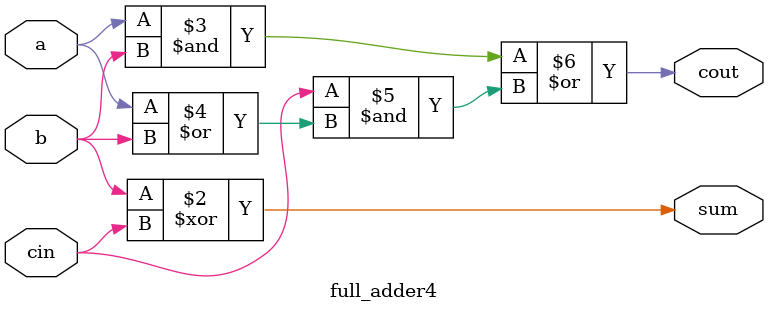
<source format=v>
module full_adder4(a,b,cin,sum,cout);
input a,b,cin;
output sum,cout;
assign sum = 1'b0^b^cin;
assign cout = a&b|cin&(a|b); 
// initial begin
//     $display("The incorrect adder with xor0 having in1/0");
// end   
endmodule

</source>
